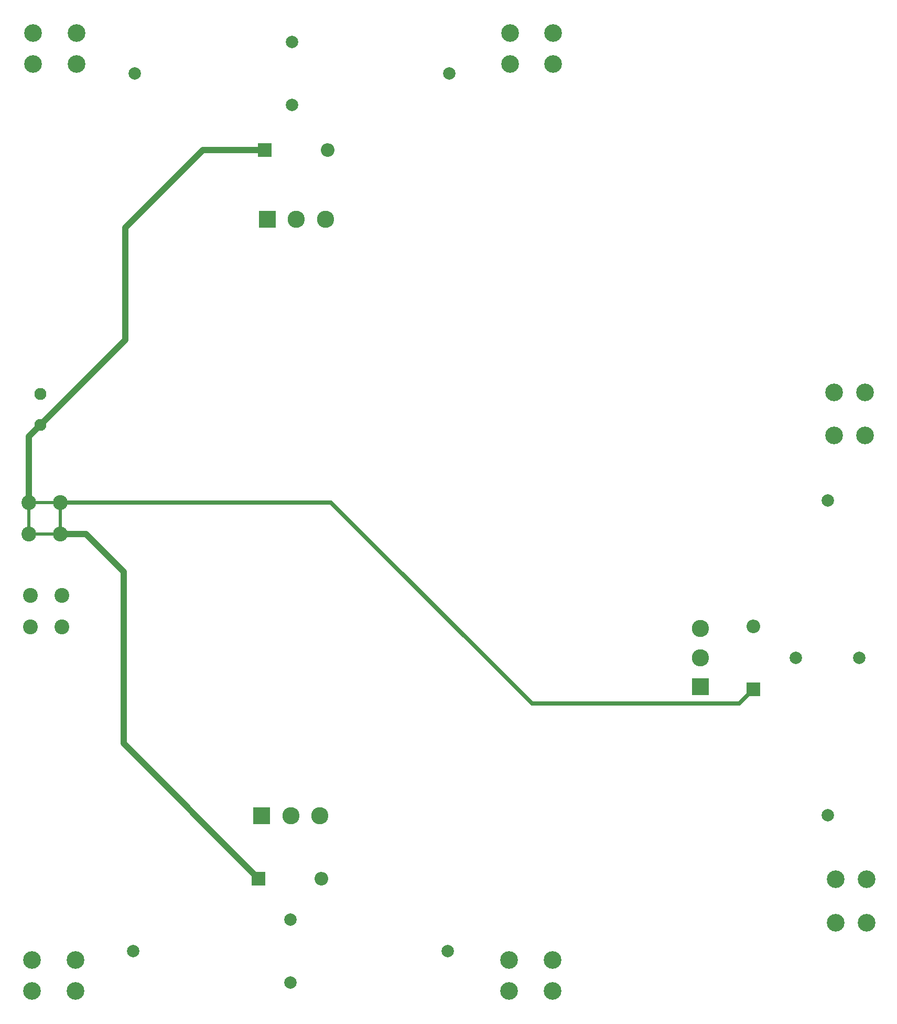
<source format=gbr>
G04 #@! TF.GenerationSoftware,KiCad,Pcbnew,9.0.5*
G04 #@! TF.CreationDate,2025-10-28T12:58:33-04:00*
G04 #@! TF.ProjectId,ReedRelay_Drive_V2,52656564-5265-46c6-9179-5f4472697665,rev?*
G04 #@! TF.SameCoordinates,Original*
G04 #@! TF.FileFunction,Copper,L2,Bot*
G04 #@! TF.FilePolarity,Positive*
%FSLAX46Y46*%
G04 Gerber Fmt 4.6, Leading zero omitted, Abs format (unit mm)*
G04 Created by KiCad (PCBNEW 9.0.5) date 2025-10-28 12:58:33*
%MOMM*%
%LPD*%
G01*
G04 APERTURE LIST*
G04 #@! TA.AperFunction,ComponentPad*
%ADD10C,2.000000*%
G04 #@! TD*
G04 #@! TA.AperFunction,ComponentPad*
%ADD11R,2.775000X2.775000*%
G04 #@! TD*
G04 #@! TA.AperFunction,ComponentPad*
%ADD12C,2.775000*%
G04 #@! TD*
G04 #@! TA.AperFunction,ComponentPad*
%ADD13C,2.850000*%
G04 #@! TD*
G04 #@! TA.AperFunction,ComponentPad*
%ADD14R,2.200000X2.200000*%
G04 #@! TD*
G04 #@! TA.AperFunction,ComponentPad*
%ADD15O,2.200000X2.200000*%
G04 #@! TD*
G04 #@! TA.AperFunction,ComponentPad*
%ADD16C,1.950000*%
G04 #@! TD*
G04 #@! TA.AperFunction,ComponentPad*
%ADD17C,2.400000*%
G04 #@! TD*
G04 #@! TA.AperFunction,Conductor*
%ADD18C,0.700000*%
G04 #@! TD*
G04 #@! TA.AperFunction,Conductor*
%ADD19C,1.000000*%
G04 #@! TD*
G04 #@! TA.AperFunction,Conductor*
%ADD20C,0.500000*%
G04 #@! TD*
G04 APERTURE END LIST*
D10*
X155500000Y-152200000D03*
X155500000Y-101400000D03*
X150400000Y-126800000D03*
X160600000Y-126800000D03*
D11*
X64995000Y-56000000D03*
D12*
X69695000Y-56000000D03*
X74395000Y-56000000D03*
D13*
X111200000Y-31000000D03*
X111200000Y-26000000D03*
X104190000Y-26000000D03*
X104190000Y-31000000D03*
D14*
X143525000Y-131905000D03*
D15*
X143525000Y-121745000D03*
D11*
X64110000Y-152290000D03*
D12*
X68810000Y-152290000D03*
X73510000Y-152290000D03*
D13*
X111065000Y-180540000D03*
X111065000Y-175540000D03*
X104055000Y-175540000D03*
X104055000Y-180540000D03*
D14*
X64565000Y-44825000D03*
D15*
X74725000Y-44825000D03*
D11*
X135000000Y-131500000D03*
D12*
X135000000Y-126800000D03*
X135000000Y-122100000D03*
D10*
X43335000Y-174115000D03*
X94135000Y-174115000D03*
X68735000Y-169015000D03*
X68735000Y-179215000D03*
D13*
X34065000Y-180540000D03*
X34065000Y-175540000D03*
X27055000Y-175540000D03*
X27055000Y-180540000D03*
D16*
X28399800Y-89177400D03*
X28399800Y-84177400D03*
D13*
X156825000Y-169550000D03*
X161825000Y-169550000D03*
X161825000Y-162540000D03*
X156825000Y-162540000D03*
X156525000Y-90935000D03*
X161525000Y-90935000D03*
X161525000Y-83925000D03*
X156525000Y-83925000D03*
D17*
X26499800Y-101727400D03*
X31599800Y-101727400D03*
X31599800Y-106827400D03*
X26499800Y-106827400D03*
D13*
X34200000Y-31000000D03*
X34200000Y-26000000D03*
X27190000Y-26000000D03*
X27190000Y-31000000D03*
D10*
X43645000Y-32500000D03*
X94445000Y-32500000D03*
X69045000Y-27400000D03*
X69045000Y-37600000D03*
D17*
X26749800Y-116727400D03*
X31849800Y-116727400D03*
X26749800Y-121827400D03*
X31849800Y-121827400D03*
D14*
X63605000Y-162415000D03*
D15*
X73765000Y-162415000D03*
D18*
X31599800Y-101727400D02*
X31627200Y-101700000D01*
X31627200Y-101700000D02*
X75300000Y-101700000D01*
X75300000Y-101700000D02*
X107800000Y-134200000D01*
X107800000Y-134200000D02*
X141230000Y-134200000D01*
X141230000Y-134200000D02*
X143525000Y-131905000D01*
D19*
X26499800Y-91077400D02*
X28399800Y-89177400D01*
X26499800Y-101727400D02*
X26499800Y-91077400D01*
X54651800Y-44825000D02*
X64565000Y-44825000D01*
X42095000Y-57381800D02*
X54651800Y-44825000D01*
D20*
X31599800Y-106827400D02*
X31599800Y-101727400D01*
D19*
X41800000Y-112900000D02*
X41800000Y-140610000D01*
X42095000Y-75482200D02*
X42095000Y-57381800D01*
D20*
X26499800Y-106827400D02*
X31599800Y-106827400D01*
D19*
X35727400Y-106827400D02*
X41800000Y-112900000D01*
X41800000Y-140610000D02*
X63605000Y-162415000D01*
X28399800Y-89177400D02*
X42095000Y-75482200D01*
X31599800Y-106827400D02*
X35727400Y-106827400D01*
D20*
X26499800Y-101727400D02*
X26499800Y-106827400D01*
X26499800Y-101727400D02*
X31599800Y-101727400D01*
M02*

</source>
